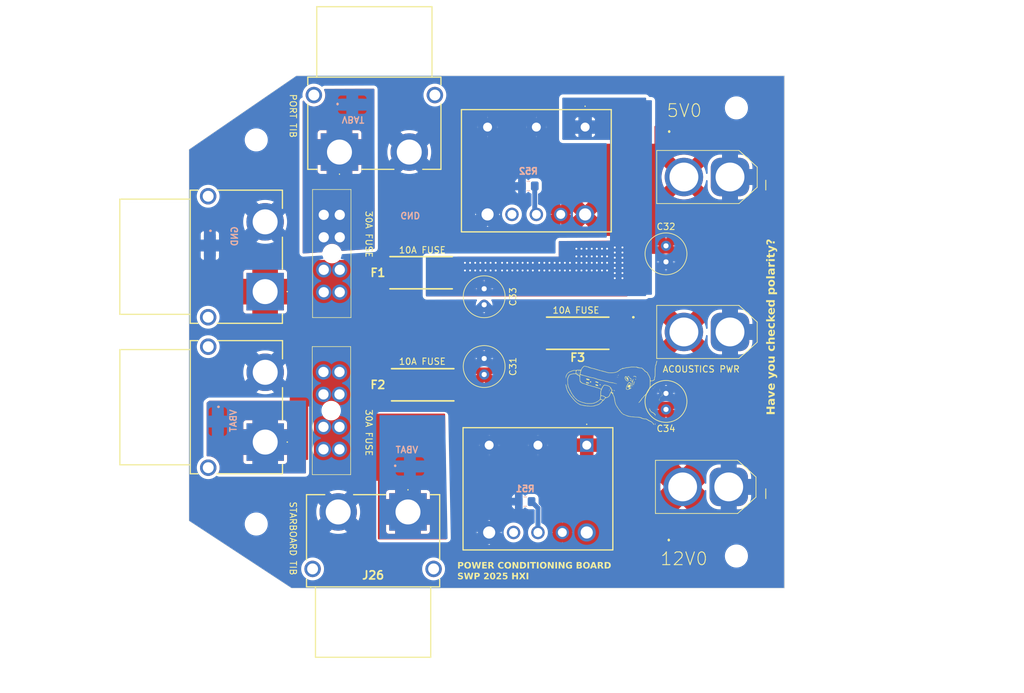
<source format=kicad_pcb>
(kicad_pcb (version 20241229) (generator "pcbnew") (generator_version "9.0")
  (layers (0 "F.Cu" signal) (2 "B.Cu" power) (13 "F.Paste" user) (15 "B.Paste" user) (5 "F.SilkS" user "F.Silkscreen") (7 "B.SilkS" user "B.Silkscreen") (1 "F.Mask" user) (3 "B.Mask" user) (25 "Edge.Cuts" user))
  (net 0 "")
  (net 1 "GND")
  (net 2 "VBAT+")
  (net 3 "+12V")
  (net 4 "+5V")
  (net 5 "Net-(PS3-TRIM)")
  (net 8 "Net-(PS4-TRIM)")
  (net 17 "VBAT_FUSED")
  (net 18 "VBAT_P_FUSED")
  (net 19 "VBAT_A_FUSED")
  (footprint "MountingHole:MountingHole_3.2mm_M3_ISO7380" (layer "F.Cu") (at 115.5 48)
    (property "Reference" "H1" (hide yes))
    (property "Value" "MountingHole")
    (pad "" np_thru_hole circle (at 0 0) (size 3.2 3.2) (drill 3.2) (layers "*.Cu" "*.Mask"))
  )
  (footprint "SamacSys_Parts:S175146R" (layer "F.Cu") (at 174.5 78 90)
    (property "Reference" "TP4" (hide yes))
    (property "Value" "S1751-46R" (hide yes))
    (pad "1" smd rect (at 0 0 180) (size 1.85 3.45) (layers "F.Cu" "F.Mask" "F.Paste") (net 19 "VBAT_A_FUSED"))
  )
  (footprint "SamacSys_Parts:0154001.DRT" (layer "F.Cu") (at 141.5 86.25)
    (property "Reference" "F2" (at -7 0 0) (layer "F.SilkS") (effects (font (size 1.27 1.27) (thickness 0.254))))
    (property "Value" "0154010.DR" (hide yes))
    (pad "1" smd rect (at -3.1877 0 90) (size 3.81 4.2418) (layers "F.Cu" "F.Mask" "F.Paste") (net 2 "VBAT+"))
    (pad "2" smd rect (at 3.1877 0 90) (size 3.81 4.2418) (layers "F.Cu" "F.Mask" "F.Paste") (net 2 "VBAT+"))
  )
  (footprint "SamacSys_Parts:S175146R" (layer "F.Cu") (at 182.3 46.6 180)
    (property "Reference" "TP5" (hide yes))
    (property "Value" "S1751-46R" (hide yes))
    (pad "1" smd rect (at 0 0 270) (size 1.85 3.45) (layers "F.Cu" "F.Mask" "F.Paste") (net 4 "+5V"))
  )
  (footprint "SamacSys_Parts:0154001.DRT" (layer "F.Cu") (at 141.25 68.75)
    (property "Reference" "F1" (at -6.75 0 0) (layer "F.SilkS") (effects (font (size 1.27 1.27) (thickness 0.254))))
    (property "Value" "0154010.DR" (hide yes))
    (pad "1" smd rect (at -3.1877 0 90) (size 3.81 4.2418) (layers "F.Cu" "F.Mask" "F.Paste") (net 2 "VBAT+"))
    (pad "2" smd rect (at 3.1877 0 90) (size 3.81 4.2418) (layers "F.Cu" "F.Mask" "F.Paste") (net 2 "VBAT+"))
  )
  (footprint "Capacitor_THT:C_Radial_D6.3mm_H5.0mm_P2.50mm" (layer "F.Cu") (at 151.1 84.65 90)
    (property "Reference" "C31" (at 1.25 4.5 270) (layer "F.SilkS"))
    (property "Value" "47u")
    (pad "1" thru_hole circle (at 0 0 90) (size 1.6 1.6) (drill 0.8) (layers "*.Cu" "*.Mask") (net 2 "VBAT+"))
    (pad "2" thru_hole circle (at 2.5 0 90) (size 1.6 1.6) (drill 0.8) (layers "*.Cu" "*.Mask") (net 1 "GND"))
  )
  (footprint "SamacSys_Parts:XT90PWF" (layer "F.Cu") (at 128.5 49.9 180)
    (property "Reference" "J25" (hide yes))
    (property "Value" "XT90PW-F" (hide yes))
    (pad "1" thru_hole rect (at 0 0 180) (size 5.85 5.85) (drill 3.9) (layers "*.Cu" "*.Mask") (net 18 "VBAT_P_FUSED"))
    (pad "2" thru_hole circle (at -10.9 0 180) (size 5.85 5.85) (drill 3.9) (layers "*.Cu" "*.Mask") (net 1 "GND"))
    (pad "3" thru_hole circle (at 4 8.9 180) (size 2.565 2.565) (drill 1.71) (layers "*.Cu" "*.Mask"))
    (pad "4" thru_hole circle (at -14.9 8.9 180) (size 2.565 2.565) (drill 1.71) (layers "*.Cu" "*.Mask"))
  )
  (footprint "Capacitor_THT:C_Radial_D6.3mm_H5.0mm_P2.50mm" (layer "F.Cu") (at 179.5 90.1 90)
    (property "Reference" "C34" (at -3 0 0) (layer "F.SilkS"))
    (property "Value" "47u")
    (pad "1" thru_hole circle (at 0 0 90) (size 1.6 1.6) (drill 0.8) (layers "*.Cu" "*.Mask") (net 3 "+12V"))
    (pad "2" thru_hole circle (at 2.5 0 90) (size 1.6 1.6) (drill 0.8) (layers "*.Cu" "*.Mask") (net 1 "GND"))
  )
  (footprint "Connector_AMASS:AMASS_XT60-F_1x02_P7.20mm_Vertical" (layer "F.Cu") (at 189.5 53.8 180)
    (property "Reference" "J7" (hide yes))
    (property "Value" "Conn_01x02_Socket")
    (pad "1" thru_hole roundrect (at 0 0 180) (size 6 6) (drill 4.5) (layers "*.Cu" "*.Mask") (net 1 "GND"))
    (pad "2" thru_hole circle (at 7.2 0 180) (size 6 6) (drill 4.5) (layers "*.Cu" "*.Mask") (net 4 "+5V"))
  )
  (footprint "MountingHole:MountingHole_3.2mm_M3_ISO7380" (layer "F.Cu") (at 190.5 43)
    (property "Reference" "H4" (hide yes))
    (property "Value" "MountingHole")
    (pad "" np_thru_hole circle (at 0 0) (size 3.2 3.2) (drill 3.2) (layers "*.Cu" "*.Mask"))
  )
  (footprint "SamacSys_Parts:RPMA5080OF" (layer "F.Cu") (at 167.12 95.68 -90)
    (property "Reference" "PS3" (hide yes))
    (property "Value" "RPMA5.0-8.0_OF" (hide yes))
    (pad "1" thru_hole rect (at 0 0 270) (size 2.1 2.1) (drill 1.4) (layers "*.Cu" "*.Mask") (net 2 "VBAT+"))
    (pad "2" thru_hole circle (at 0 7.62 270) (size 2.1 2.1) (drill 1.4) (layers "*.Cu" "*.Mask") (net 1 "GND"))
    (pad "3" thru_hole circle (at 0 15.24 270) (size 2.1 2.1) (drill 1.4) (layers "*.Cu" "*.Mask") (net 1 "GND"))
    (pad "4" thru_hole circle (at 13.64 15.24 270) (size 2.85 2.85) (drill 1.9) (layers "*.Cu" "*.Mask") (net 1 "GND"))
    (pad "5" thru_hole circle (at 13.64 11.43 270) (size 2.1 2.1) (drill 1.4) (layers "*.Cu" "*.Mask"))
    (pad "6" thru_hole circle (at 13.64 7.62 270) (size 2.1 2.1) (drill 1.4) (layers "*.Cu" "*.Mask") (net 5 "Net-(PS3-TRIM)"))
    (pad "7" thru_hole circle (at 13.64 3.81 270) (size 2.1 2.1) (drill 1.4) (layers "*.Cu" "*.Mask") (net 3 "+12V"))
    (pad "8" thru_hole circle (at 13.64 0 270) (size 2.85 2.85) (drill 1.9) (layers "*.Cu" "*.Mask") (net 3 "+12V"))
  )
  (footprint "MountingHole:MountingHole_3.2mm_M3_ISO7380" (layer "F.Cu") (at 115.5 108)
    (property "Reference" "H2" (hide yes))
    (property "Value" "MountingHole")
    (pad "" np_thru_hole circle (at 0 0) (size 3.2 3.2) (drill 3.2) (layers "*.Cu" "*.Mask"))
  )
  (footprint "SamacSys_Parts:0154001.DRT" (layer "F.Cu") (at 165.7123 78.2)
    (property "Reference" "F3" (at -0.0123 3.8 0) (layer "F.SilkS") (effects (font (size 1.27 1.27) (thickness 0.254))))
    (property "Value" "0154010.DR" (hide yes))
    (pad "1" smd rect (at -3.1877 0 90) (size 3.81 4.2418) (layers "F.Cu" "F.Mask" "F.Paste") (net 2 "VBAT+"))
    (pad "2" smd rect (at 3.1877 0 90) (size 3.81 4.2418) (layers "F.Cu" "F.Mask" "F.Paste") (net 19 "VBAT_A_FUSED"))
  )
  (footprint "LOGO" (layer "F.Cu") (at 171.5 87.5 90)
    (property "Reference" "G***" (hide yes))
    (property "Value" "LOGO" (hide yes))
  )
  (footprint "Connector_AMASS:AMASS_XT60-F_1x02_P7.20mm_Vertical" (layer "F.Cu") (at 189.5 78 180)
    (property "Reference" "J4" (hide yes))
    (property "Value" "Conn_01x02_Socket")
    (pad "1" thru_hole roundrect (at 0 0 180) (size 6 6) (drill 4.5) (layers "*.Cu" "*.Mask") (net 1 "GND"))
    (pad "2" thru_hole circle (at 7.2 0 180) (size 6 6) (drill 4.5) (layers "*.Cu" "*.Mask") (net 19 "VBAT_A_FUSED"))
  )
  (footprint "SamacSys_Parts:RPMA5080OF" (layer "F.Cu") (at 166.87 46 -90)
    (property "Reference" "PS4" (hide yes))
    (property "Value" "RPMA5.0-8.0_OF" (hide yes))
    (pad "1" thru_hole rect (at 0 0 270) (size 2.1 2.1) (drill 1.4) (layers "*.Cu" "*.Mask") (net 2 "VBAT+"))
    (pad "2" thru_hole circle (at 0 7.62 270) (size 2.1 2.1) (drill 1.4) (layers "*.Cu" "*.Mask") (net 1 "GND"))
    (pad "3" thru_hole circle (at 0 15.24 270) (size 2.1 2.1) (drill 1.4) (layers "*.Cu" "*.Mask") (net 1 "GND"))
    (pad "4" thru_hole circle (at 13.64 15.24 270) (size 2.85 2.85) (drill 1.9) (layers "*.Cu" "*.Mask") (net 1 "GND"))
    (pad "5" thru_hole circle (at 13.64 11.43 270) (size 2.1 2.1) (drill 1.4) (layers "*.Cu" "*.Mask"))
    (pad "6" thru_hole circle (at 13.64 7.62 270) (size 2.1 2.1) (drill 1.4) (layers "*.Cu" "*.Mask") (net 8 "Net-(PS4-TRIM)"))
    (pad "7" thru_hole circle (at 13.64 3.81 270) (size 2.1 2.1) (drill 1.4) (layers "*.Cu" "*.Mask") (net 4 "+5V"))
    (pad "8" thru_hole circle (at 13.64 0 270) (size 2.85 2.85) (drill 1.9) (layers "*.Cu" "*.Mask") (net 4 "+5V"))
  )
  (footprint "SamacSys_Parts:XT90PWF" (layer "F.Cu") (at 139.2005 106.1125)
    (property "Reference" "J26" (at -5.45 9.887 0) (layer "F.SilkS") (effects (font (size 1.27 1.27) (thickness 0.254))))
    (property "Value" "XT90PW-F" (hide yes))
    (pad "1" thru_hole rect (at 0 0) (size 5.85 5.85) (drill 3.9) (layers "*.Cu" "*.Mask") (net 17 "VBAT_FUSED"))
    (pad "2" thru_hole circle (at -10.9 0) (size 5.85 5.85) (drill 3.9) (layers "*.Cu" "*.Mask") (net 1 "GND"))
    (pad "3" thru_hole circle (at 4 8.9) (size 2.565 2.565) (drill 1.71) (layers "*.Cu" "*.Mask"))
    (pad "4" thru_hole circle (at -14.9 8.9) (size 2.565 2.565) (drill 1.71) (layers "*.Cu" "*.Mask"))
  )
  (footprint "SamacSys_Parts:17861650002" (layer "F.Cu") (at 127.25 90.29 90)
    (property "Reference" "U3" (hide yes))
    (property "Value" "178.6165.0002" (hide yes))
    (pad "" np_thru_hole circle (at 0 -0.045 90) (size 2.65 2.65) (drill 2.65) (layers "*.Cu" "*.Mask"))
    (pad "1" thru_hole circle (at -6.04 1.25 90) (size 2.4 2.4) (drill 1.6) (layers "*.Cu" "*.Mask") (net 17 "VBAT_FUSED"))
    (pad "2" thru_hole circle (at -6.04 -1.25 90) (size 2.4 2.4) (drill 1.6) (layers "*.Cu" "*.Mask") (net 17 "VBAT_FUSED"))
    (pad "3" thru_hole circle (at -2.54 1.25 90) (size 2.4 2.4) (drill 1.6) (layers "*.Cu" "*.Mask") (net 17 "VBAT_FUSED"))
    (pad "4" thru_hole circle (at -2.54 -1.25 90) (size 2.4 2.4) (drill 1.6) (layers "*.Cu" "*.Mask") (net 17 "VBAT_FUSED"))
    (pad "5" thru_hole circle (at 2.54 1.25 90) (size 2.4 2.4) (drill 1.6) (layers "*.Cu" "*.Mask") (net 2 "VBAT+"))
    (pad "6" thru_hole circle (at 2.54 -1.25 90) (size 2.4 2.4) (drill 1.6) (layers "*.Cu" "*.Mask") (net 2 "VBAT+"))
    (pad "7" thru_hole circle (at 6.04 1.25 90) (size 2.4 2.4) (drill 1.6) (layers "*.Cu" "*.Mask") (net 2 "VBAT+"))
    (pad "8" thru_hole circle (at 6.04 -1.25 90) (size 2.4 2.4) (drill 1.6) (layers "*.Cu" "*.Mask") (net 2 "VBAT+"))
  )
  (footprint "SamacSys_Parts:XT90PWF" (layer "F.Cu") (at 116.8875 71.7005 -90)
    (property "Reference" "J28" (hide yes))
    (property "Value" "XT90PW-F" (hide yes))
    (pad "1" thru_hole rect (at 0 0 270) (size 5.85 5.85) (drill 3.9) (layers "*.Cu" "*.Mask") (net 2 "VBAT+"))
    (pad "2" thru_hole circle (at -10.9 0 270) (size 5.85 5.85) (drill 3.9) (layers "*.Cu" "*.Mask") (net 1 "GND"))
    (pad "3" thru_hole circle (at 4 8.9 270) (size 2.565 2.565) (drill 1.71) (layers "*.Cu" "*.Mask"))
    (pad "4" thru_hole circle (at -14.9 8.9 270) (size 2.565 2.565) (drill 1.71) (layers "*.Cu" "*.Mask"))
  )
  (footprint "MountingHole:MountingHole_3.2mm_M3_ISO7380" (layer "F.Cu") (at 190.5 113)
    (property "Reference" "H3" (hide yes))
    (property "Value" "MountingHole")
    (pad "" np_thru_hole circle (at 0 0) (size 3.2 3.2) (drill 3.2) (layers "*.Cu" "*.Mask"))
  )
  (footprint "SamacSys_Parts:S175146R" (layer "F.Cu") (at 182.2375 110.4 180)
    (property "Reference" "TP3" (hide yes))
    (property "Value" "S1751-46R" (hide yes))
    (pad "1" smd rect (at 0 0 270) (size 1.85 3.45) (layers "F.Cu" "F.Mask" "F.Paste") (net 3 "+12V"))
  )
  (footprint "SamacSys_Parts:17861650002" (layer "F.Cu") (at 127.295 65.75 -90)
    (property "Reference" "U2" (hide yes))
    (property "Value" "178.6165.0002" (hide yes))
    (pad "" np_thru_hole circle (at 0 -0.045 270) (size 2.65 2.65) (drill 2.65) (layers "*.Cu" "*.Mask"))
    (pad "1" thru_hole circle (at -6.04 1.25 270) (size 2.4 2.4) (drill 1.6) (layers "*.Cu" "*.Mask") (net 18 "VBAT_P_FUSED"))
    (pad "2" thru_hole circle (at -6.04 -1.25 270) (size 2.4 2.4) (drill 1.6) (layers "*.Cu" "*.Mask") (net 18 "VBAT_P_FUSED"))
    (pad "3" thru_hole circle (at -2.54 1.25 270) (size 2.4 2.4) (drill 1.6) (layers "*.Cu" "*.Mask") (net 18 "VBAT_P_FUSED"))
    (pad "4" thru_hole circle (at -2.54 -1.25 270) (size 2.4 2.4) (drill 1.6) (layers "*.Cu" "*.Mask") (net 18 "VBAT_P_FUSED"))
    (pad "5" thru_hole circle (at 2.54 1.25 270) (size 2.4 2.4) (drill 1.6) (layers "*.Cu" "*.Mask") (net 2 "VBAT+"))
    (pad "6" thru_hole circle (at 2.54 -1.25 270) (size 2.4 2.4) (drill 1.6) (layers "*.Cu" "*.Mask") (net 2 "VBAT+"))
    (pad "7" thru_hole circle (at 6.04 1.25 270) (size 2.4 2.4) (drill 1.6) (layers "*.Cu" "*.Mask") (net 2 "VBAT+"))
    (pad "8" thru_hole circle (at 6.04 -1.25 270) (size 2.4 2.4) (drill 1.6) (layers "*.Cu" "*.Mask") (net 2 "VBAT+"))
  )
  (footprint "SamacSys_Parts:XT90PWF" (layer "F.Cu") (at 116.9 95.2005 -90)
    (property "Reference" "J27" (hide yes))
    (property "Value" "XT90PW-F" (hide yes))
    (pad "1" thru_hole rect (at 0 0 270) (size 5.85 5.85) (drill 3.9) (layers "*.Cu" "*.Mask") (net 2 "VBAT+"))
    (pad "2" thru_hole circle (at -10.9 0 270) (size 5.85 5.85) (drill 3.9) (layers "*.Cu" "*.Mask") (net 1 "GND"))
    (pad "3" thru_hole circle (at 4 8.9 270) (size 2.565 2.565) (drill 1.71) (layers "*.Cu" "*.Mask"))
    (pad "4" thru_hole circle (at -14.9 8.9 270) (size 2.565 2.565) (drill 1.71) (layers "*.Cu" "*.Mask"))
  )
  (footprint "Capacitor_THT:C_Radial_D6.3mm_H5.0mm_P2.50mm" (layer "F.Cu") (at 151.1 71.25 -90)
    (property "Reference" "C33" (at 1.25 -4.5 270) (layer "F.SilkS"))
    (property "Value" "47u")
    (pad "1" thru_hole circle (at 0 0 270) (size 1.6 1.6) (drill 0.8) (layers "*.Cu" "*.Mask") (net 2 "VBAT+"))
    (pad "2" thru_hole circle (at 2.5 0 270) (size 1.6 1.6) (drill 0.8) (layers "*.Cu" "*.Mask") (net 1 "GND"))
  )
  (footprint "Capacitor_THT:C_Radial_D6.3mm_H5.0mm_P2.50mm" (layer "F.Cu") (at 179.5 64.55 -90)
    (property "Reference" "C32" (at -3 0 0) (layer "F.SilkS"))
    (property "Value" "47u")
    (pad "1" thru_hole circle (at 0 0 270) (size 1.6 1.6) (drill 0.8) (layers "*.Cu" "*.Mask") (net 4 "+5V"))
    (pad "2" thru_hole circle (at 2.5 0 270) (size 1.6 1.6) (drill 0.8) (layers "*.Cu" "*.Mask") (net 1 "GND"))
  )
  (footprint "Connector_AMASS:AMASS_XT60-F_1x02_P7.20mm_Vertical" (layer "F.Cu") (at 189.3 102.2 180)
    (property "Reference" "J1" (hide yes))
    (property "Value" "Conn_01x02_Socket")
    (pad "1" thru_hole roundrect (at 0 0 180) (size 6 6) (drill 4.5) (layers "*.Cu" "*.Mask") (net 1 "GND"))
    (pad "2" thru_hole circle (at 7.2 0 180) (size 6 6) (drill 4.5) (layers "*.Cu" "*.Mask") (net 3 "+12V"))
  )
  (footprint "Resistor_SMD:R_0805_2012Metric_Pad1.20x1.40mm_HandSolder" (layer "B.Cu") (at 158 55.2 180)
    (property "Reference" "R52" (at 0 2.305 0) (layer "B.SilkS") (effects (font (thickness 0.25) (bold yes)) (justify mirror)))
    (property "Value" "8k66")
    (pad "1" smd roundrect (at -1 0 180) (size 1.2 1.4) (layers "B.Cu" "B.Mask" "B.Paste") (roundrect_rratio 0.208333) (net 8 "Net-(PS4-TRIM)"))
    (pad "2" smd roundrect (at 1 0 180) (size 1.2 1.4) (layers "B.Cu" "B.Mask" "B.Paste") (roundrect_rratio 0.208333) (net 1 "GND"))
  )
  (footprint "SamacSys_Parts:S175146R" (layer "B.Cu") (at 109.5 92 90)
    (property "Reference" "TP6" (hide yes))
    (property "Value" "S1751-46R" (hide yes))
    (pad "1" smd rect (at 0 0) (size 1.85 3.45) (layers "B.Cu" "B.Mask" "B.Paste") (net 2 "VBAT+"))
  )
  (footprint "Resistor_SMD:R_0805_2012Metric_Pad1.20x1.40mm_HandSolder" (layer "B.Cu") (at 157.5 104.5 180)
    (property "Reference" "R51" (at 0 2 0) (layer "B.SilkS") (effects (font (thickness 0.25) (bold yes)) (justify mirror)))
    (property "Value" "1k82")
    (pad "1" smd roundrect (at -1 0 180) (size 1.2 1.4) (layers "B.Cu" "B.Mask" "B.Paste") (roundrect_rratio 0.208333) (net 5 "Net-(PS3-TRIM)"))
    (pad "2" smd roundrect (at 1 0 180) (size 1.2 1.4) (layers "B.Cu" "B.Mask" "B.Paste") (roundrect_rratio 0.208333) (net 1 "GND"))
  )
  (footprint "SamacSys_Parts:S175146R" (layer "B.Cu") (at 139.5 99 180)
    (property "Reference" "TP8" (hide yes))
    (property "Value" "S1751-46R" (hide yes))
    (pad "1" smd rect (at 0 0 90) (size 1.85 3.45) (layers "B.Cu" "B.Mask" "B.Paste") (net 17 "VBAT_FUSED"))
  )
  (footprint "SamacSys_Parts:S175146R" (layer "B.Cu") (at 130.5 42.5 180)
    (property "Reference" "TP24" (hide yes))
    (property "Value" "S1751-46R" (hide yes))
    (pad "1" smd rect (at 0 0 90) (size 1.85 3.45) (layers "B.Cu" "B.Mask" "B.Paste") (net 18 "VBAT_P_FUSED"))
  )
  (footprint "SamacSys_Parts:S175146R" (layer "B.Cu") (at 108.25 64.5 90)
    (property "Reference" "TP7" (hide yes))
    (property "Value" "S1751-46R" (hide yes))
    (pad "1" smd rect (at 0 0) (size 1.85 3.45) (layers "B.Cu" "B.Mask" "B.Paste") (net 1 "GND"))
  )
  (gr_line (start 105 49.5) (end 121.75 38) (stroke (width 0.05)) (layer "Edge.Cuts"))
  (gr_line (start 121.75 38) (end 198 38) (stroke (width 0.05)) (layer "Edge.Cuts"))
  (gr_line (start 121 118) (end 198 118) (stroke (width 0.05)) (layer "Edge.Cuts"))
  (gr_line (start 198 118) (end 198 38) (stroke (width 0.1)) (layer "Edge.Cuts"))
  (gr_line (start 105 107.5) (end 121 118) (stroke (width 0.05)) (layer "Edge.Cuts"))
  (gr_line (start 105 107.5) (end 105 49.5) (stroke (width 0.05)) (layer "Edge.Cuts"))
  (gr_text "Have you checked polarity?" (at 196.7 91 90) (layer "F.SilkS") (effects (font (size 1.27 1.27) (thickness 0.2) (bold yes)) (justify left bottom)))
  (gr_text "PORT TIB" (at 121.25 44.25 270) (layer "F.SilkS") (effects (font (size 1 1))))
  (gr_text "ACOUSTICS PWR" (at 178.9 84.4 0) (layer "F.SilkS") (effects (font (size 1 1)) (justify left bottom)))
  (gr_text "POWER CONDITIONING BOARD\nSWP 2025 HXI" (at 146.9 116.8 0) (layer "F.SilkS") (effects (font (size 1 1) (thickness 0.2) (bold yes)) (justify left bottom)))
  (gr_text "12V0" (at 178.5 114.6 0) (layer "F.SilkS") (effects (font (size 2 2)) (justify left bottom)))
  (gr_text "5V0" (at 179.5 44.6 0) (layer "F.SilkS") (effects (font (size 2 2)) (justify left bottom)))
  (gr_text "10A FUSE\n" (at 137.7 83.2 0) (layer "F.SilkS") (effects (font (size 1 1)) (justify left bottom)))
  (gr_text "10A FUSE\n" (at 137.7 65.8 0) (layer "F.SilkS") (effects (font (size 1 1)) (justify left bottom)))
  (gr_text "-\n" (at 196.1 56.4 90) (layer "F.SilkS") (effects (font (size 2 2)) (justify left bottom)))
  (gr_text "30A FUSE" (at 132.5 59 270) (layer "F.SilkS") (effects (font (size 1 1)) (justify left bottom)))
  (gr_text "STARBOARD TIB" (at 121.25 110.25 270) (layer "F.SilkS") (effects (font (size 1 1))))
  (gr_text "10A FUSE" (at 161.7 75.2 0) (layer "F.SilkS") (effects (font (size 1 1)) (justify left bottom)))
  (gr_text "-\n" (at 196.1 104.6 90) (layer "F.SilkS") (effects (font (size 2 2)) (justify left bottom)))
  (gr_text "30A FUSE" (at 132.5 90 270) (layer "F.SilkS") (effects (font (size 1 1)) (justify left bottom)))
  (gr_text "GND\n" (at 137.9 59.2 180) (layer "B.SilkS") (effects (font (size 1 1) (thickness 0.2) (bold yes)) (justify left bottom mirror)))
  (gr_text "VBAT" (at 140.9 97 0) (layer "B.SilkS") (effects (font (size 1 1) (thickness 0.2) (bold yes)) (justify left bottom mirror)))
  (gr_text "VBAT" (at 128.75 44.25 180) (layer "B.SilkS") (effects (font (size 1 1) (thickness 0.2) (bold yes)) (justify left bottom mirror)))
  (gr_text "GND\n" (at 112.7 61.4 90) (layer "B.SilkS") (effects (font (size 1 1) (thickness 0.2) (bold yes)) (justify left bottom mirror)))
  (gr_text "VBAT" (at 112.5 90 90) (layer "B.SilkS") (effects (font (size 1 1) (thickness 0.2) (bold yes)) (justify left bottom mirror)))
  (segment (start 156.7 55.5) (end 153.5 55.5) (width 0.762) (layer "B.Cu") (net 1))
  (segment (start 157 55.2) (end 156.7 55.5) (width 0.762) (layer "B.Cu") (net 1))
  (segment (start 151.9 109.3) (end 151.88 109.32) (width 0.762) (layer "B.Cu") (net 1))
  (segment (start 153.5 55.5) (end 151.63 57.37) (width 0.762) (layer "B.Cu") (net 1))
  (segment (start 151.63 57.37) (end 151.63 59.64) (width 0.762) (layer "B.Cu") (net 1))
  (via (at 148.1 67.2) (size 0.61) (drill 0.3) (layers "F.Cu" "B.Cu") (net 2))
  (via (at 162.9 67.2) (size 0.61) (drill 0.3) (layers "F.Cu" "B.Cu") (net 2))
  (via (at 165.5 67.2) (size 0.61) (drill 0.3) (layers "F.Cu" "B.Cu") (net 2))
  (via (at 168.7 68.4) (size 0.61) (drill 0.3) (layers "F.Cu" "B.Cu") (net 2))
  (via (at 172.7 68) (size 0.61) (drill 0.3) (layers "F.Cu" "B.Cu") (net 2))
  (via (at 162.1 68.4) (size 0.61) (drill 0.3) (layers "F.Cu" "B.Cu") (net 2))
  (via (at 171.5 65.6) (size 0.61) (drill 0.3) (layers "F.Cu" "B.Cu") (net 2))
  (via (at 155.5 68.4) (size 0.61) (drill 0.3) (layers "F.Cu" "B.Cu") (net 2))
  (via (at 156.3 67.2) (size 0.61) (drill 0.3) (layers "F.Cu" "B.Cu") (net 2))
  (via (at 157.1 67.2) (size 0.61) (drill 0.3) (layers "F.Cu" "B.Cu") (net 2))
  (via (at 152.9 68.4) (size 0.61) (drill 0.3) (layers "F.Cu" "B.Cu") (net 2))
  (via (at 155.5 67.2) (size 0.61) (drill 0.3) (layers "F.Cu" "B.Cu") (net 2))
  (via (at 171.5 67.2) (size 0.61) (drill 0.3) (layers "F.Cu" "B.Cu") (net 2))
  (via (at 148.9 67.2) (size 0.61) (drill 0.3) (layers "F.Cu" "B.Cu") (net 2))
  (via (at 161.3 67.2) (size 0.61) (drill 0.3) (layers "F.Cu" "B.Cu") (net 2))
  (via (at 171.5 69.6) (size 0.61) (drill 0.3) (layers "F.Cu" "B.Cu") (net 2))
  (via (at 156.3 68.4) (size 0.61) (drill 0.3) (layers "F.Cu" "B.Cu") (net 2))
  (via (at 159.7 68.4) (size 0.61) (drill 0.3) (layers "F.Cu" "B.Cu") (net 2))
  (via (at 150.5 67.2) (size 0.61) (drill 0.3) (layers "F.Cu" "B.Cu") (net 2))
  (via (at 157.1 68.4) (size 0.61) (drill 0.3) (layers "F.Cu" "B.Cu") (net 2))
  (via (at 168.7 65) (size 0.61) (drill 0.3) (layers "F.Cu" "B.Cu") (net 2))
  (via (at 159.7 67.2) (size 0.61) (drill 0.3) (layers "F.Cu" "B.Cu") (net 2))
  (via (at 150.5 68.4) (size 0.61) (drill 0.3) (layers "F.Cu" "B.Cu") (net 2))
  (via (at 153.9 68.4) (size 0.61) (drill 0.3) (layers "F.Cu" "B.Cu") (net 2))
  (via (at 171.5 68) (size 0.61) (drill 0.3) (layers "F.Cu" "B.Cu") (net 2))
  (via (at 152.1 68.4) (size 0.61) (drill 0.3) (layers "F.Cu" "B.Cu") (net 2))
  (via (at 152.9 67.2) (size 0.61) (drill 0.3) (layers "F.Cu" "B.Cu") (net 2))
  (via (at 169.5 65) (size 0.61) (drill 0.3) (layers "F.Cu" "B.Cu") (net 2))
  (via (at 163.7 67.2) (size 0.61) (drill 0.3) (layers "F.Cu" "B.Cu") (net 2))
  (via (at 162.1 67.2) (size 0.61) (drill 0.3) (layers "F.Cu" "B.Cu") (net 2))
  (via (at 151.3 68.4) (size 0.61) (drill 0.3) (layers "F.Cu" "B.Cu") (net 2))
  (via (at 171.5 64.8) (size 0.61) (drill 0.3) (layers "F.Cu" "B.Cu") (net 2))
  (via (at 171.5 66.4) (size 0.61) (drill 0.3) (layers "F.Cu" "B.Cu") (net 2))
  (via (at 160.5 67.2) (size 0.61) (drill 0.3) (layers "F.Cu" "B.Cu") (net 2))
  (via (at 166.3 66.2) (size 0.61) (drill 0.3) (layers "F.Cu" "B.Cu") (net 2))
  (via (at 149.7 68.4) (size 0.61) (drill 0.3) (layers "F.Cu" "B.Cu") (net 2))
  (via (at 167.9 66.2) (size 0.61) (drill 0.3) (layers "F.Cu" "B.Cu") (net 2))
  (via (at 151.3 67.2) (size 0.61) (drill 0.3) (layers "F.Cu" "B.Cu") (net 2))
  (via (at 170.3 66.2) (size 0.61) (drill 0.3) (layers "F.Cu" "B.Cu") (net 2))
  (via (at 167.1 66.2) (size 0.61) (drill 0.3) (layers "F.Cu" "B.Cu") (net 2))
  (via (at 172.7 69.6) (size 0.61) (drill 0.3) (layers "F.Cu" "B.Cu") (net 2))
  (via (at 167.1 65) (size 0.61) (drill 0.3) (layers "F.Cu" "B.Cu") (net 2))
  (via (at 172.7 68.8) (size 0.61) (drill 0.3) (layers "F.Cu" "B.Cu") (net 2))
  (via (at 157.9 67.2) (size 0.61) (drill 0.3) (layers "F.Cu" "B.Cu") (net 2))
  (via (at 169.5 68.4) (size 0.61) (drill 0.3) (layers "F.Cu" "B.Cu") (net 2))
  (via (at 165.5 65) (size 0.61) (drill 0.3) (layers "F.Cu" "B.Cu") (net 2))
  (via (at 170.3 68.4) (size 0.61) (drill 0.3) (layers "F.Cu" "B.Cu") (net 2))
  (via (at 161.3 68.4) (size 0.61) (drill 0.3) (layers "F.Cu" "B.Cu") (net 2))
  (via (at 168.7 67.2) (size 0.61) (drill 0.3) (layers "F.Cu" "B.Cu") (net 2))
  (via (at 170.3 67.2) (size 0.61) (drill 0.3) (layers "F.Cu" "B.Cu") (net 2))
  (via (at 163.7 68.4) (size 0.61) (drill 0.3) (layers "F.Cu" "B.Cu") (net 2))
  (via (at 167.9 68.4) (size 0.61) (drill 0.3) (layers "F.Cu" "B.Cu") (net 2))
  (via (at 160.5 68.4) (size 0.61) (drill 0.3) (layers "F.Cu" "B.Cu") (net 2))
  (via (at 148.1 68.4) (size 0.61) (drill 0.3) (layers "F.Cu" "B.Cu") (net 2))
  (via (at 172.7 65.6) (size 0.61) (drill 0.3) (layers "F.Cu" "B.Cu") (net 2))
  (via (at 167.9 65) (size 0.61) (drill 0.3) (layers "F.Cu" "B.Cu") (net 2))
  (via (at 158.7 68.4) (size 0.61) (drill 0.3) (layers "F.Cu" "B.Cu") (net 2))
  (via (at 154.7 68.4) (size 0.61) (drill 0.3) (layers "F.Cu" "B.Cu") (net 2))
  (via (at 165.5 68.4) (size 0.61) (drill 0.3) (layers "F.Cu" "B.Cu") (net 2))
  (via (at 171.5 68.8) (size 0.61) (drill 0.3) (layers "F.Cu" "B.Cu") (net 2))
  (via (at 169.5 66.2) (size 0.61) (drill 0.3) (layers "F.Cu" "B.Cu") (net 2))
  (via (at 172.7 66.4) (size 0.61) (drill 0.3) (layers "F.Cu" "B.Cu") (net 2))
  (via (at 164.5 68.4) (size 0.61) (drill 0.3) (layers "F.Cu" "B.Cu") (net 2))
  (via (at 172.7 64.8) (size 0.61) (drill 0.3) (layers "F.Cu" "B.Cu") (net 2))
  (via (at 154.7 67.2) (size 0.61) (drill 0.3) (layers "F.Cu" "B.Cu") (net 2))
  (via (at 169.5 67.2) (size 0.61) (drill 0.3) (layers "F.Cu" "B.Cu") (net 2))
  (via (at 152.1 67.2) (size 0.61) (drill 0.3) (layers "F.Cu" "B.Cu") (net 2))
  (via (at 168.7 66.2) (size 0.61) (drill 0.3) (layers "F.Cu" "B.Cu") (net 2))
  (via (at 166.3 68.4) (size 0.61) (drill 0.3) (layers "F.Cu" "B.Cu") (net 2))
  (via (at 167.1 67.2) (size 0.61) (drill 0.3) (layers "F.Cu" "B.Cu") (net 2))
  (via (at 167.1 68.4) (size 0.61) (drill 0.3) (layers "F.Cu" "B.Cu") (net 2))
  (via (at 167.9 67.2) (size 0.61) (drill 0.3) (layers "F.Cu" "B.Cu") (net 2))
  (via (at 170.3 65) (size 0.61) (drill 0.3) (layers "F.Cu" "B.Cu") (net 2))
  (via (at 164.5 67.2) (size 0.61) (drill 0.3) (layers "F.Cu" "B.Cu") (net 2))
  (via (at 157.9 68.4) (size 0.61) (drill 0.3) (layers "F.Cu" "B.Cu") (net 2))
  (via (at 153.9 67.2) (size 0.61) (drill 0.3) (layers "F.Cu" "B.Cu") (net 2))
  (via (at 165.5 66.2) (size 0.61) (drill 0.3) (layers "F.Cu" "B.Cu") (net 2))
  (via (at 148.9 68.4) (size 0.61) (drill 0.3) (layers "F.Cu" "B.Cu") (net 2))
  (via (at 172.7 67.2) (size 0.61) (drill 0.3) (layers "F.Cu" "B.Cu") (net 2))
  (via (at 162.9 68.4) (size 0.61) (drill 0.3) (layers "F.Cu" "B.Cu") (net 2))
  (via (at 166.3 67.2) (size 0.61) (drill 0.3) (layers "F.Cu" "B.Cu") (net 2))
  (via (at 158.7 67.2) (size 0.61) (drill 0.3) (layers "F.Cu" "B.Cu") (net 2))
  (via (at 149.7 67.2) (size 0.61) (drill 0.3) (layers "F.Cu" "B.Cu") (net 2))
  (via (at 166.3 65) (size 0.61) (drill 0.3) (layers "F.Cu" "B.Cu") (net 2))
  (segment (start 159.5 109.32) (end 159.5 105.5) (width 0.762) (layer "B.Cu") (net 5))
  (segment (start 159.5 105.5) (end 158.5 104.5) (width 0.762) (layer "B.Cu") (net 5))
  (segment (start 159 55.5) (end 159 59.39) (width 0.762) (layer "B.Cu") (net 8))
  (segment (start 159 59.39) (end 159.25 59.64) (width 0.762) (layer "B.Cu") (net 8))
  (zone (net 19) (net_name "VBAT_A_FUSED") (layer "F.Cu") (priority 5) (connect_pads (clearance 0.5)) (min_thickness 0.25) (fill yes (thermal_gap 0.5) (thermal_bridge_width 2.5))
    (polygon (pts (xy 185.5 74.8) (xy 166.1 74.8) (xy 166.1 81.2) (xy 185.5 81.2)))
  )
  (zone (net 2) (net_name "VBAT+") (layer "F.Cu") (connect_pads (clearance 0.5)) (min_thickness 0.25) (fill yes (thermal_gap 0.5) (thermal_bridge_width 4))
    (polygon (pts (xy 112.253785 66.8) (xy 112.302394 76.6) (xy 120.75 76.6) (xy 120.75 87.490298) (xy 120.5 97.990298) (xy 123.6 97.990298) (xy 123.6 89.641171) (xy 138.585845 89.57969) (xy 140.5 88.740298) (xy 140.5 81.990298) (xy 139.75 81.490298) (xy 139.75 74.740298) (xy 141.25 71.740298) (xy 141.25 66.75693) (xy 112.3 66.737011)))
  )
  (zone (net 2) (net_name "VBAT+") (layer "F.Cu") (priority 11) (connect_pads (clearance 0.5)) (min_thickness 0.25) (fill yes (thermal_gap 0.5) (thermal_bridge_width 2.5))
    (polygon (pts (xy 174.1 90.8) (xy 174.1 98) (xy 162.5 98) (xy 162.5 90.8)))
  )
  (zone (net 2) (net_name "VBAT+") (layer "F.Cu") (priority 5) (connect_pads (clearance 0.5)) (min_thickness 0.25) (fill yes (thermal_gap 0.5) (thermal_bridge_width 2.5))
    (polygon (pts (xy 165.3 75.4) (xy 136.9 75.4) (xy 136.9 81) (xy 165.3 81)))
  )
  (zone (net 3) (net_name "+12V") (layer "F.Cu") (priority 10) (connect_pads (clearance 0.5)) (min_thickness 0.25) (fill yes (thermal_gap 0.5) (thermal_bridge_width 4))
    (polygon (pts (xy 181.9 96.2) (xy 177.5 96.2) (xy 177.5 99) (xy 161.7 99) (xy 161.7 112.6) (xy 185.7 112.6) (xy 185.7 96.2) (xy 182.1 96.2)))
  )
  (zone (net 3) (net_name "+12V") (layer "F.Cu") (priority 9) (connect_pads thru_hole_only (clearance 0.5)) (min_thickness 0.25) (fill yes (thermal_gap 0.5) (thermal_bridge_width 2.5))
    (polygon (pts (xy 177.5 88.9) (xy 193.85 88.9) (xy 193.85 98) (xy 177.5 98)))
  )
  (zone (net 4) (net_name "+5V") (layer "F.Cu") (priority 10) (connect_pads (clearance 0.5)) (min_thickness 0.25) (fill yes (thermal_gap 0.5) (thermal_bridge_width 2))
    (polygon (pts (xy 182.1 45.8) (xy 177.7 45.8) (xy 177.7 48.6) (xy 161.1 48.6) (xy 161.1 63) (xy 185.7 63) (xy 185.7 45.8) (xy 182.3 45.8)))
  )
  (zone (net 17) (net_name "VBAT_FUSED") (layer "F.Cu") (priority 2) (connect_pads (clearance 0.5)) (min_thickness 0.25) (fill yes (thermal_gap 0.5) (thermal_bridge_width 4))
    (polygon (pts (xy 124.5 90.75) (xy 145 90.75) (xy 145.255195 110.4) (xy 134.5 110.4) (xy 134.5 101.25) (xy 124.5 101.25)))
  )
  (zone (net 4) (net_name "+5V") (layer "F.Cu") (priority 8) (connect_pads (clearance 0.5)) (min_thickness 0.25) (fill yes (thermal_gap 0.5) (thermal_bridge_width 3))
    (polygon (pts (xy 177.25 65.806631) (xy 187 65.738449) (xy 187 60.2) (xy 186.5 60.2) (xy 185.7 60.2) (xy 185.7 59.6) (xy 185.7 57.6) (xy 185.7 44.4) (xy 177.852564 44.499967) (xy 177.9 63) (xy 177.25 63)))
  )
  (zone (net 18) (net_name "VBAT_P_FUSED") (layers "F.Cu" "B.Cu") (priority 4) (connect_pads (clearance 0.5)) (min_thickness 0.25) (fill yes (thermal_gap 0.5) (thermal_bridge_width 4))
    (polygon (pts (xy 134 65) (xy 134 62.75) (xy 133.9505 40.0125) (xy 122.75 40.05) (xy 122.75 65.75)))
  )
  (zone (net 2) (net_name "VBAT+") (layers "F.Cu" "B.Cu") (priority 1) (connect_pads (clearance 0.5)) (min_thickness 0.25) (fill yes (thermal_gap 0.5) (thermal_bridge_width 2.5))
    (polygon (pts (xy 176.7 89.014286) (xy 174.1 91.8) (xy 149.75 92) (xy 142.3 89) (xy 142.300001 83.55) (xy 176.7 83.55)))
  )
  (zone (net 2) (net_name "VBAT+") (layers "F.Cu" "B.Cu") (priority 1) (connect_pads (clearance 0.5)) (min_thickness 0.25) (fill yes (thermal_gap 0.5) (thermal_bridge_width 2.5))
    (polygon (pts (xy 142 66.25) (xy 162.75 66.25) (xy 162.75 63.8) (xy 173.428307 63.718527) (xy 173.501681 72.45) (xy 142 72.45)))
  )
  (zone (net 2) (net_name "VBAT+") (layers "F.Cu" "B.Cu") (priority 14) (connect_pads (clearance 0.5)) (min_thickness 0.25) (fill yes (thermal_gap 0.5) (thermal_bridge_width 4))
    (polygon (pts (xy 107.75 89.055259) (xy 108.136661 88.75) (xy 123.25 88.75) (xy 123.25 100.1) (xy 107.75 100.1)))
  )
  (zone (net 17) (net_name "VBAT_FUSED") (layer "B.Cu") (priority 16) (connect_pads (clearance 0.5)) (min_thickness 0.25) (fill yes (thermal_gap 0.5) (thermal_bridge_width 4))
    (polygon (pts (xy 134.75 110.35) (xy 134.75 91) (xy 144.989796 91) (xy 145.384694 110.35)))
  )
  (zone (net 2) (net_name "VBAT+") (layer "B.Cu") (priority 3) (connect_pads (clearance 0.5)) (min_thickness 0.25) (fill yes (thermal_gap 0.5) (thermal_bridge_width 2.5))
    (polygon (pts (xy 163.3 48) (xy 170.910526 48) (xy 171.1 62.4) (xy 171.1 63.773992) (xy 162.75 63.8) (xy 162.75 66.25) (xy 142 66.25) (xy 142 72.45) (xy 152.578404 72.4) (xy 176.4 72.4) (xy 176.4 41.4) (xy 163.3 41.4)))
  )
  (zone (net 1) (net_name "GND") (layer "B.Cu") (priority 1) (connect_pads (clearance 0.5)) (min_thickness 0.25) (fill yes (thermal_gap 0.5) (thermal_bridge_width 2.5))
    (polygon (pts (xy 223 128) (xy 223 98.5) (xy 224 30.5) (xy 84.5 29.5) (xy 83 128) (xy 144.5 128)))
  )
  (zone (net 2) (net_name "VBAT+") (layer "B.Cu") (priority 3) (connect_pads (clearance 0.5)) (min_thickness 0.25) (fill yes (thermal_gap 0.5) (thermal_bridge_width 2))
    (polygon (pts (xy 177.3 41.8) (xy 177.3 72.19097) (xy 142 72.25) (xy 142 66.25) (xy 170.75 66.25) (xy 170.75 41.8)))
  )
)
</source>
